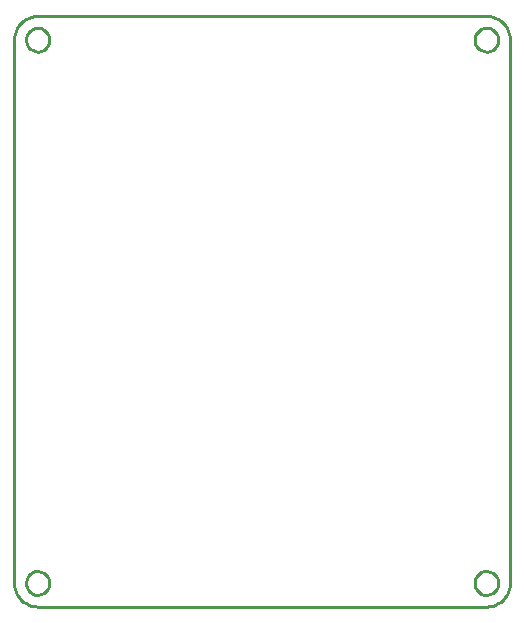
<source format=gm1>
G04*
G04 #@! TF.GenerationSoftware,Altium Limited,Altium Designer,22.11.1 (43)*
G04*
G04 Layer_Color=16711935*
%FSLAX25Y25*%
%MOIN*%
G70*
G04*
G04 #@! TF.SameCoordinates,D2032E32-7B9E-4814-9484-8CEA1A25EAEB*
G04*
G04*
G04 #@! TF.FilePolarity,Positive*
G04*
G01*
G75*
%ADD11C,0.01000*%
D11*
X11811Y7874D02*
X11687Y8853D01*
X11324Y9771D01*
X10744Y10569D01*
X9984Y11198D01*
X9091Y11618D01*
X8121Y11803D01*
X7136Y11741D01*
X6198Y11436D01*
X5364Y10908D01*
X4689Y10188D01*
X4214Y9323D01*
X3968Y8367D01*
Y7381D01*
X4214Y6425D01*
X4689Y5560D01*
X5364Y4840D01*
X6198Y4312D01*
X7136Y4007D01*
X8121Y3945D01*
X9091Y4130D01*
X9984Y4550D01*
X10744Y5179D01*
X11324Y5977D01*
X11687Y6895D01*
X11811Y7874D01*
X161417Y7874D02*
X161294Y8853D01*
X160930Y9771D01*
X160350Y10569D01*
X159590Y11198D01*
X158697Y11618D01*
X157728Y11803D01*
X156743Y11741D01*
X155804Y11436D01*
X154971Y10908D01*
X154295Y10188D01*
X153820Y9323D01*
X153574Y8367D01*
Y7381D01*
X153820Y6425D01*
X154295Y5560D01*
X154971Y4840D01*
X155804Y4312D01*
X156743Y4007D01*
X157728Y3945D01*
X158697Y4130D01*
X159590Y4550D01*
X160350Y5179D01*
X160930Y5977D01*
X161294Y6895D01*
X161417Y7874D01*
Y188976D02*
X161294Y189955D01*
X160930Y190873D01*
X160350Y191672D01*
X159590Y192300D01*
X158697Y192721D01*
X157728Y192906D01*
X156743Y192844D01*
X155804Y192539D01*
X154971Y192010D01*
X154295Y191290D01*
X153820Y190426D01*
X153574Y189470D01*
Y188483D01*
X153820Y187527D01*
X154295Y186662D01*
X154971Y185943D01*
X155804Y185414D01*
X156743Y185109D01*
X157728Y185047D01*
X158697Y185232D01*
X159590Y185652D01*
X160350Y186281D01*
X160930Y187080D01*
X161294Y187997D01*
X161417Y188976D01*
X11811Y188976D02*
X11687Y189955D01*
X11324Y190873D01*
X10744Y191672D01*
X9984Y192300D01*
X9091Y192721D01*
X8121Y192906D01*
X7136Y192844D01*
X6198Y192539D01*
X5364Y192010D01*
X4689Y191290D01*
X4214Y190426D01*
X3968Y189470D01*
Y188483D01*
X4214Y187527D01*
X4689Y186662D01*
X5364Y185943D01*
X6198Y185414D01*
X7136Y185109D01*
X8121Y185047D01*
X9091Y185232D01*
X9984Y185652D01*
X10744Y186281D01*
X11324Y187080D01*
X11687Y187997D01*
X11811Y188976D01*
X7874Y196850D02*
X6846Y196783D01*
X5836Y196582D01*
X4861Y196251D01*
X3937Y195796D01*
X3081Y195223D01*
X2306Y194544D01*
X1627Y193770D01*
X1055Y192913D01*
X599Y191990D01*
X268Y191014D01*
X67Y190004D01*
X0Y188976D01*
X165354D02*
X165287Y190004D01*
X165086Y191014D01*
X164755Y191990D01*
X164299Y192913D01*
X163727Y193770D01*
X163048Y194544D01*
X162274Y195223D01*
X161417Y195796D01*
X160494Y196251D01*
X159518Y196582D01*
X158508Y196783D01*
X157480Y196850D01*
Y0D02*
X158508Y67D01*
X159518Y268D01*
X160494Y599D01*
X161417Y1055D01*
X162274Y1627D01*
X163048Y2306D01*
X163727Y3081D01*
X164299Y3937D01*
X164755Y4861D01*
X165086Y5836D01*
X165287Y6846D01*
X165354Y7874D01*
X0D02*
X67Y6846D01*
X268Y5836D01*
X599Y4861D01*
X1055Y3937D01*
X1627Y3081D01*
X2306Y2306D01*
X3081Y1627D01*
X3937Y1055D01*
X4861Y599D01*
X5836Y268D01*
X6846Y67D01*
X7874Y0D01*
X157480D01*
X165354Y7874D02*
Y188976D01*
X7874Y196850D02*
X157480D01*
X0Y7874D02*
Y188976D01*
M02*

</source>
